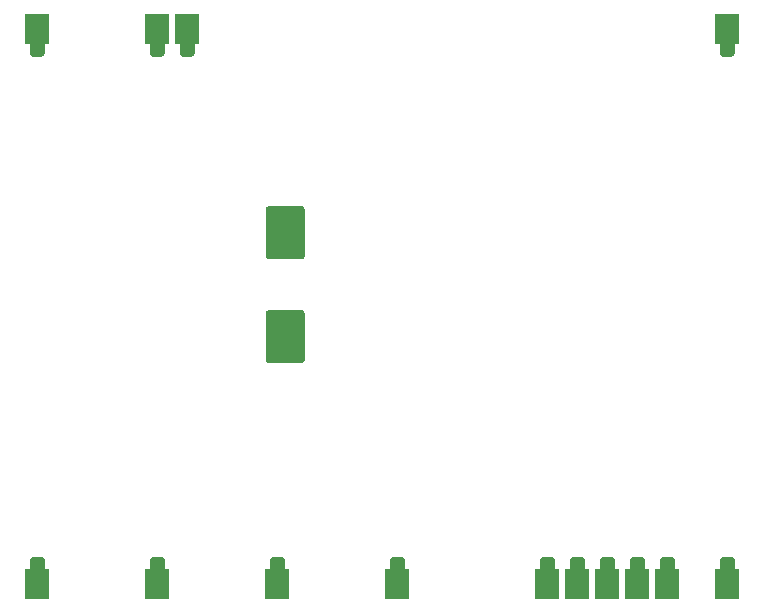
<source format=gts>
G04 #@! TF.GenerationSoftware,KiCad,Pcbnew,9.0.1+1*
G04 #@! TF.CreationDate,2025-11-11T08:29:31+00:00*
G04 #@! TF.ProjectId,input-power-selector,696e7075-742d-4706-9f77-65722d73656c,rev?*
G04 #@! TF.SameCoordinates,Original*
G04 #@! TF.FileFunction,Soldermask,Top*
G04 #@! TF.FilePolarity,Negative*
%FSLAX46Y46*%
G04 Gerber Fmt 4.6, Leading zero omitted, Abs format (unit mm)*
G04 Created by KiCad (PCBNEW 9.0.1+1) date 2025-11-11 08:29:31*
%MOMM*%
%LPD*%
G01*
G04 APERTURE LIST*
%ADD10R,2.000000X2.540000*%
G04 APERTURE END LIST*
D10*
X23006300Y-65617000D03*
G36*
G01*
X22631300Y-63292000D02*
X23381300Y-63292000D01*
G75*
G02*
X23631300Y-63542000I0J-250000D01*
G01*
X23631300Y-64292000D01*
G75*
G02*
X23381300Y-64542000I-250000J0D01*
G01*
X22631300Y-64542000D01*
G75*
G02*
X22381300Y-64292000I0J250000D01*
G01*
X22381300Y-63542000D01*
G75*
G02*
X22631300Y-63292000I250000J0D01*
G01*
G37*
X33166300Y-65617000D03*
G36*
G01*
X32791300Y-63292000D02*
X33541300Y-63292000D01*
G75*
G02*
X33791300Y-63542000I0J-250000D01*
G01*
X33791300Y-64292000D01*
G75*
G02*
X33541300Y-64542000I-250000J0D01*
G01*
X32791300Y-64542000D01*
G75*
G02*
X32541300Y-64292000I0J250000D01*
G01*
X32541300Y-63542000D01*
G75*
G02*
X32791300Y-63292000I250000J0D01*
G01*
G37*
X43326300Y-65617000D03*
G36*
G01*
X42951300Y-63292000D02*
X43701300Y-63292000D01*
G75*
G02*
X43951300Y-63542000I0J-250000D01*
G01*
X43951300Y-64292000D01*
G75*
G02*
X43701300Y-64542000I-250000J0D01*
G01*
X42951300Y-64542000D01*
G75*
G02*
X42701300Y-64292000I0J250000D01*
G01*
X42701300Y-63542000D01*
G75*
G02*
X42951300Y-63292000I250000J0D01*
G01*
G37*
X53486300Y-65617000D03*
G36*
G01*
X53111300Y-63292000D02*
X53861300Y-63292000D01*
G75*
G02*
X54111300Y-63542000I0J-250000D01*
G01*
X54111300Y-64292000D01*
G75*
G02*
X53861300Y-64542000I-250000J0D01*
G01*
X53111300Y-64542000D01*
G75*
G02*
X52861300Y-64292000I0J250000D01*
G01*
X52861300Y-63542000D01*
G75*
G02*
X53111300Y-63292000I250000J0D01*
G01*
G37*
X66186300Y-65617000D03*
G36*
G01*
X65811300Y-63292000D02*
X66561300Y-63292000D01*
G75*
G02*
X66811300Y-63542000I0J-250000D01*
G01*
X66811300Y-64292000D01*
G75*
G02*
X66561300Y-64542000I-250000J0D01*
G01*
X65811300Y-64542000D01*
G75*
G02*
X65561300Y-64292000I0J250000D01*
G01*
X65561300Y-63542000D01*
G75*
G02*
X65811300Y-63292000I250000J0D01*
G01*
G37*
X68726300Y-65617000D03*
G36*
G01*
X68351300Y-63292000D02*
X69101300Y-63292000D01*
G75*
G02*
X69351300Y-63542000I0J-250000D01*
G01*
X69351300Y-64292000D01*
G75*
G02*
X69101300Y-64542000I-250000J0D01*
G01*
X68351300Y-64542000D01*
G75*
G02*
X68101300Y-64292000I0J250000D01*
G01*
X68101300Y-63542000D01*
G75*
G02*
X68351300Y-63292000I250000J0D01*
G01*
G37*
X71266300Y-65617000D03*
G36*
G01*
X70891300Y-63292000D02*
X71641300Y-63292000D01*
G75*
G02*
X71891300Y-63542000I0J-250000D01*
G01*
X71891300Y-64292000D01*
G75*
G02*
X71641300Y-64542000I-250000J0D01*
G01*
X70891300Y-64542000D01*
G75*
G02*
X70641300Y-64292000I0J250000D01*
G01*
X70641300Y-63542000D01*
G75*
G02*
X70891300Y-63292000I250000J0D01*
G01*
G37*
X73806300Y-65617000D03*
G36*
G01*
X73431300Y-63292000D02*
X74181300Y-63292000D01*
G75*
G02*
X74431300Y-63542000I0J-250000D01*
G01*
X74431300Y-64292000D01*
G75*
G02*
X74181300Y-64542000I-250000J0D01*
G01*
X73431300Y-64542000D01*
G75*
G02*
X73181300Y-64292000I0J250000D01*
G01*
X73181300Y-63542000D01*
G75*
G02*
X73431300Y-63292000I250000J0D01*
G01*
G37*
X76346300Y-65617000D03*
G36*
G01*
X75971300Y-63292000D02*
X76721300Y-63292000D01*
G75*
G02*
X76971300Y-63542000I0J-250000D01*
G01*
X76971300Y-64292000D01*
G75*
G02*
X76721300Y-64542000I-250000J0D01*
G01*
X75971300Y-64542000D01*
G75*
G02*
X75721300Y-64292000I0J250000D01*
G01*
X75721300Y-63542000D01*
G75*
G02*
X75971300Y-63292000I250000J0D01*
G01*
G37*
X81426300Y-65617000D03*
G36*
G01*
X81051300Y-63292000D02*
X81801300Y-63292000D01*
G75*
G02*
X82051300Y-63542000I0J-250000D01*
G01*
X82051300Y-64292000D01*
G75*
G02*
X81801300Y-64542000I-250000J0D01*
G01*
X81051300Y-64542000D01*
G75*
G02*
X80801300Y-64292000I0J250000D01*
G01*
X80801300Y-63542000D01*
G75*
G02*
X81051300Y-63292000I250000J0D01*
G01*
G37*
G36*
G01*
X22631300Y-19692000D02*
X23381300Y-19692000D01*
G75*
G02*
X23631300Y-19942000I0J-250000D01*
G01*
X23631300Y-20692000D01*
G75*
G02*
X23381300Y-20942000I-250000J0D01*
G01*
X22631300Y-20942000D01*
G75*
G02*
X22381300Y-20692000I0J250000D01*
G01*
X22381300Y-19942000D01*
G75*
G02*
X22631300Y-19692000I250000J0D01*
G01*
G37*
X23006300Y-18617000D03*
G36*
G01*
X32791300Y-19692000D02*
X33541300Y-19692000D01*
G75*
G02*
X33791300Y-19942000I0J-250000D01*
G01*
X33791300Y-20692000D01*
G75*
G02*
X33541300Y-20942000I-250000J0D01*
G01*
X32791300Y-20942000D01*
G75*
G02*
X32541300Y-20692000I0J250000D01*
G01*
X32541300Y-19942000D01*
G75*
G02*
X32791300Y-19692000I250000J0D01*
G01*
G37*
X33166300Y-18617000D03*
G36*
G01*
X35331300Y-19692000D02*
X36081300Y-19692000D01*
G75*
G02*
X36331300Y-19942000I0J-250000D01*
G01*
X36331300Y-20692000D01*
G75*
G02*
X36081300Y-20942000I-250000J0D01*
G01*
X35331300Y-20942000D01*
G75*
G02*
X35081300Y-20692000I0J250000D01*
G01*
X35081300Y-19942000D01*
G75*
G02*
X35331300Y-19692000I250000J0D01*
G01*
G37*
X35706300Y-18617000D03*
G36*
G01*
X81051300Y-19692000D02*
X81801300Y-19692000D01*
G75*
G02*
X82051300Y-19942000I0J-250000D01*
G01*
X82051300Y-20692000D01*
G75*
G02*
X81801300Y-20942000I-250000J0D01*
G01*
X81051300Y-20942000D01*
G75*
G02*
X80801300Y-20692000I0J250000D01*
G01*
X80801300Y-19942000D01*
G75*
G02*
X81051300Y-19692000I250000J0D01*
G01*
G37*
X81426300Y-18617000D03*
G36*
G01*
X45385300Y-46891000D02*
X42585300Y-46891000D01*
G75*
G02*
X42335300Y-46641000I0J250000D01*
G01*
X42335300Y-42641000D01*
G75*
G02*
X42585300Y-42391000I250000J0D01*
G01*
X45385300Y-42391000D01*
G75*
G02*
X45635300Y-42641000I0J-250000D01*
G01*
X45635300Y-46641000D01*
G75*
G02*
X45385300Y-46891000I-250000J0D01*
G01*
G37*
G36*
G01*
X42585300Y-33591000D02*
X45385300Y-33591000D01*
G75*
G02*
X45635300Y-33841000I0J-250000D01*
G01*
X45635300Y-37841000D01*
G75*
G02*
X45385300Y-38091000I-250000J0D01*
G01*
X42585300Y-38091000D01*
G75*
G02*
X42335300Y-37841000I0J250000D01*
G01*
X42335300Y-33841000D01*
G75*
G02*
X42585300Y-33591000I250000J0D01*
G01*
G37*
M02*

</source>
